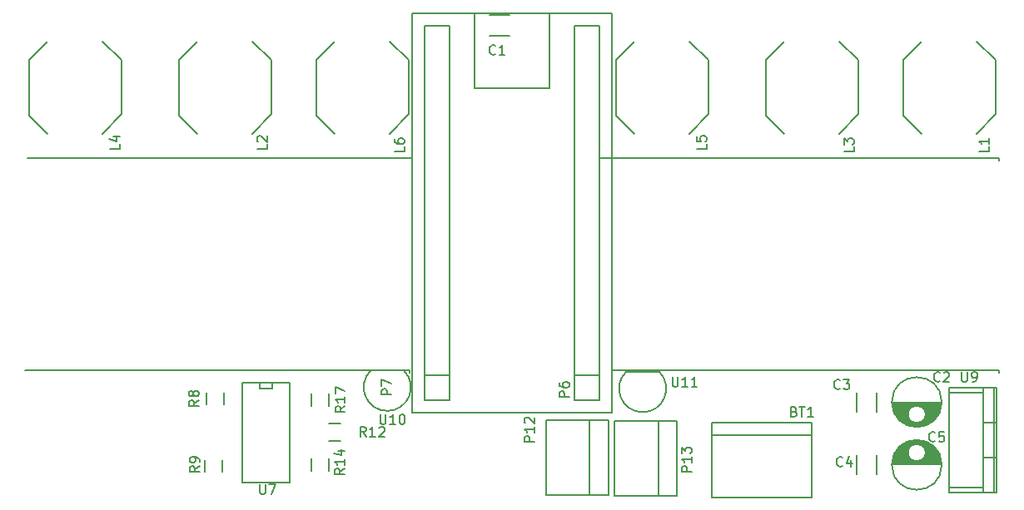
<source format=gto>
G04 #@! TF.FileFunction,Legend,Top*
%FSLAX46Y46*%
G04 Gerber Fmt 4.6, Leading zero omitted, Abs format (unit mm)*
G04 Created by KiCad (PCBNEW 4.0.4+e1-6308~48~ubuntu14.04.1-stable) date Sun Sep  4 20:51:27 2016*
%MOMM*%
%LPD*%
G01*
G04 APERTURE LIST*
%ADD10C,0.100000*%
%ADD11C,0.150000*%
G04 APERTURE END LIST*
D10*
D11*
X172720000Y-101092000D02*
X172720000Y-101346000D01*
X133350000Y-101092000D02*
X172720000Y-101092000D01*
X172720000Y-79502000D02*
X172720000Y-79756000D01*
X132080000Y-79502000D02*
X172720000Y-79502000D01*
X112776000Y-101092000D02*
X112776000Y-101346000D01*
X73660000Y-101092000D02*
X112776000Y-101092000D01*
X113030000Y-79502000D02*
X113030000Y-79248000D01*
X73914000Y-79502000D02*
X113030000Y-79502000D01*
X127000000Y-72390000D02*
X127000000Y-64770000D01*
X119380000Y-72390000D02*
X127000000Y-72390000D01*
X119380000Y-64770000D02*
X119380000Y-72390000D01*
X113030000Y-105410000D02*
X113030000Y-64770000D01*
X133350000Y-105410000D02*
X113030000Y-105410000D01*
X133350000Y-64770000D02*
X133350000Y-105410000D01*
X113030000Y-64770000D02*
X133350000Y-64770000D01*
X143510000Y-107696000D02*
X153670000Y-107696000D01*
X143510000Y-106426000D02*
X143510000Y-114046000D01*
X143510000Y-114046000D02*
X153670000Y-114046000D01*
X153670000Y-114046000D02*
X153670000Y-106426000D01*
X153670000Y-106426000D02*
X143510000Y-106426000D01*
X122920000Y-65015000D02*
X120920000Y-65015000D01*
X120920000Y-67065000D02*
X122920000Y-67065000D01*
X166837000Y-104449000D02*
X161839000Y-104449000D01*
X166829000Y-104589000D02*
X161847000Y-104589000D01*
X166813000Y-104729000D02*
X164433000Y-104729000D01*
X164243000Y-104729000D02*
X161863000Y-104729000D01*
X166789000Y-104869000D02*
X164828000Y-104869000D01*
X163848000Y-104869000D02*
X161887000Y-104869000D01*
X166756000Y-105009000D02*
X164995000Y-105009000D01*
X163681000Y-105009000D02*
X161920000Y-105009000D01*
X166715000Y-105149000D02*
X165102000Y-105149000D01*
X163574000Y-105149000D02*
X161961000Y-105149000D01*
X166665000Y-105289000D02*
X165173000Y-105289000D01*
X163503000Y-105289000D02*
X162011000Y-105289000D01*
X166604000Y-105429000D02*
X165217000Y-105429000D01*
X163459000Y-105429000D02*
X162072000Y-105429000D01*
X166534000Y-105569000D02*
X165236000Y-105569000D01*
X163440000Y-105569000D02*
X162142000Y-105569000D01*
X166452000Y-105709000D02*
X165234000Y-105709000D01*
X163442000Y-105709000D02*
X162224000Y-105709000D01*
X166357000Y-105849000D02*
X165209000Y-105849000D01*
X163467000Y-105849000D02*
X162319000Y-105849000D01*
X166246000Y-105989000D02*
X165161000Y-105989000D01*
X163515000Y-105989000D02*
X162430000Y-105989000D01*
X166118000Y-106129000D02*
X165083000Y-106129000D01*
X163593000Y-106129000D02*
X162558000Y-106129000D01*
X165969000Y-106269000D02*
X164966000Y-106269000D01*
X163710000Y-106269000D02*
X162707000Y-106269000D01*
X165790000Y-106409000D02*
X164778000Y-106409000D01*
X163898000Y-106409000D02*
X162886000Y-106409000D01*
X165571000Y-106549000D02*
X163105000Y-106549000D01*
X165282000Y-106689000D02*
X163394000Y-106689000D01*
X164810000Y-106829000D02*
X163866000Y-106829000D01*
X165238000Y-105624000D02*
G75*
G03X165238000Y-105624000I-900000J0D01*
G01*
X166875500Y-104374000D02*
G75*
G03X166875500Y-104374000I-2537500J0D01*
G01*
X160283000Y-105394000D02*
X160283000Y-103394000D01*
X158233000Y-103394000D02*
X158233000Y-105394000D01*
X158233000Y-109744000D02*
X158233000Y-111744000D01*
X160283000Y-111744000D02*
X160283000Y-109744000D01*
X161839000Y-110689000D02*
X166837000Y-110689000D01*
X161847000Y-110549000D02*
X166829000Y-110549000D01*
X161863000Y-110409000D02*
X164243000Y-110409000D01*
X164433000Y-110409000D02*
X166813000Y-110409000D01*
X161887000Y-110269000D02*
X163848000Y-110269000D01*
X164828000Y-110269000D02*
X166789000Y-110269000D01*
X161920000Y-110129000D02*
X163681000Y-110129000D01*
X164995000Y-110129000D02*
X166756000Y-110129000D01*
X161961000Y-109989000D02*
X163574000Y-109989000D01*
X165102000Y-109989000D02*
X166715000Y-109989000D01*
X162011000Y-109849000D02*
X163503000Y-109849000D01*
X165173000Y-109849000D02*
X166665000Y-109849000D01*
X162072000Y-109709000D02*
X163459000Y-109709000D01*
X165217000Y-109709000D02*
X166604000Y-109709000D01*
X162142000Y-109569000D02*
X163440000Y-109569000D01*
X165236000Y-109569000D02*
X166534000Y-109569000D01*
X162224000Y-109429000D02*
X163442000Y-109429000D01*
X165234000Y-109429000D02*
X166452000Y-109429000D01*
X162319000Y-109289000D02*
X163467000Y-109289000D01*
X165209000Y-109289000D02*
X166357000Y-109289000D01*
X162430000Y-109149000D02*
X163515000Y-109149000D01*
X165161000Y-109149000D02*
X166246000Y-109149000D01*
X162558000Y-109009000D02*
X163593000Y-109009000D01*
X165083000Y-109009000D02*
X166118000Y-109009000D01*
X162707000Y-108869000D02*
X163710000Y-108869000D01*
X164966000Y-108869000D02*
X165969000Y-108869000D01*
X162886000Y-108729000D02*
X163898000Y-108729000D01*
X164778000Y-108729000D02*
X165790000Y-108729000D01*
X163105000Y-108589000D02*
X165571000Y-108589000D01*
X163394000Y-108449000D02*
X165282000Y-108449000D01*
X163866000Y-108309000D02*
X164810000Y-108309000D01*
X165238000Y-109514000D02*
G75*
G03X165238000Y-109514000I-900000J0D01*
G01*
X166875500Y-110764000D02*
G75*
G03X166875500Y-110764000I-2537500J0D01*
G01*
X170439080Y-67691000D02*
X172339000Y-69590920D01*
X172339000Y-69590920D02*
X172339000Y-75090020D01*
X172339000Y-75090020D02*
X170439080Y-77089000D01*
X164840920Y-67691000D02*
X162941000Y-69590920D01*
X162941000Y-69590920D02*
X162941000Y-75189080D01*
X162941000Y-75189080D02*
X164840920Y-77089000D01*
X96779080Y-67691000D02*
X98679000Y-69590920D01*
X98679000Y-69590920D02*
X98679000Y-75090020D01*
X98679000Y-75090020D02*
X96779080Y-77089000D01*
X91180920Y-67691000D02*
X89281000Y-69590920D01*
X89281000Y-69590920D02*
X89281000Y-75189080D01*
X89281000Y-75189080D02*
X91180920Y-77089000D01*
X156469080Y-67691000D02*
X158369000Y-69590920D01*
X158369000Y-69590920D02*
X158369000Y-75090020D01*
X158369000Y-75090020D02*
X156469080Y-77089000D01*
X150870920Y-67691000D02*
X148971000Y-69590920D01*
X148971000Y-69590920D02*
X148971000Y-75189080D01*
X148971000Y-75189080D02*
X150870920Y-77089000D01*
X81539080Y-67691000D02*
X83439000Y-69590920D01*
X83439000Y-69590920D02*
X83439000Y-75090020D01*
X83439000Y-75090020D02*
X81539080Y-77089000D01*
X75940920Y-67691000D02*
X74041000Y-69590920D01*
X74041000Y-69590920D02*
X74041000Y-75189080D01*
X74041000Y-75189080D02*
X75940920Y-77089000D01*
X141229080Y-67691000D02*
X143129000Y-69590920D01*
X143129000Y-69590920D02*
X143129000Y-75090020D01*
X143129000Y-75090020D02*
X141229080Y-77089000D01*
X135630920Y-67691000D02*
X133731000Y-69590920D01*
X133731000Y-69590920D02*
X133731000Y-75189080D01*
X133731000Y-75189080D02*
X135630920Y-77089000D01*
X110749080Y-67691000D02*
X112649000Y-69590920D01*
X112649000Y-69590920D02*
X112649000Y-75090020D01*
X112649000Y-75090020D02*
X110749080Y-77089000D01*
X105150920Y-67691000D02*
X103251000Y-69590920D01*
X103251000Y-69590920D02*
X103251000Y-75189080D01*
X103251000Y-75189080D02*
X105150920Y-77089000D01*
X129540000Y-101600000D02*
X129540000Y-104140000D01*
X129540000Y-104140000D02*
X132080000Y-104140000D01*
X132080000Y-104140000D02*
X132080000Y-101600000D01*
X129540000Y-101600000D02*
X129540000Y-66040000D01*
X129540000Y-66040000D02*
X132080000Y-66040000D01*
X132080000Y-66040000D02*
X132080000Y-101600000D01*
X132080000Y-101600000D02*
X129540000Y-101600000D01*
X114300000Y-101600000D02*
X114300000Y-104140000D01*
X114300000Y-104140000D02*
X116840000Y-104140000D01*
X116840000Y-104140000D02*
X116840000Y-101600000D01*
X114300000Y-101600000D02*
X114300000Y-66040000D01*
X114300000Y-66040000D02*
X116840000Y-66040000D01*
X116840000Y-66040000D02*
X116840000Y-101600000D01*
X116840000Y-101600000D02*
X114300000Y-101600000D01*
X93839000Y-103413000D02*
X93839000Y-104613000D01*
X92089000Y-104613000D02*
X92089000Y-103413000D01*
X91962000Y-111471000D02*
X91962000Y-110271000D01*
X93712000Y-110271000D02*
X93712000Y-111471000D01*
X104556000Y-106567000D02*
X105756000Y-106567000D01*
X105756000Y-108317000D02*
X104556000Y-108317000D01*
X104507000Y-110144000D02*
X104507000Y-111344000D01*
X102757000Y-111344000D02*
X102757000Y-110144000D01*
X102757000Y-104740000D02*
X102757000Y-103540000D01*
X104507000Y-103540000D02*
X104507000Y-104740000D01*
X100584000Y-112522000D02*
X95758000Y-112522000D01*
X95758000Y-112522000D02*
X95758000Y-102362000D01*
X95758000Y-102362000D02*
X100584000Y-102362000D01*
X100584000Y-102362000D02*
X100584000Y-112522000D01*
X98806000Y-102362000D02*
X98806000Y-102997000D01*
X98806000Y-102997000D02*
X97536000Y-102997000D01*
X97536000Y-102997000D02*
X97536000Y-102362000D01*
X112190000Y-101170000D02*
X108790000Y-101170000D01*
X112187056Y-101172944D02*
G75*
G02X110490000Y-105270000I-1697056J-1697056D01*
G01*
X108792944Y-101172944D02*
G75*
G03X110490000Y-105270000I1697056J-1697056D01*
G01*
X138161500Y-101297000D02*
X134761500Y-101297000D01*
X138158556Y-101299944D02*
G75*
G02X136461500Y-105397000I-1697056J-1697056D01*
G01*
X134764444Y-101299944D02*
G75*
G03X136461500Y-105397000I1697056J-1697056D01*
G01*
X171069000Y-113030000D02*
X167640000Y-113030000D01*
X171069000Y-103378000D02*
X167640000Y-103378000D01*
X172212000Y-113538000D02*
X172212000Y-102870000D01*
X171196000Y-109982000D02*
X172466000Y-109982000D01*
X171196000Y-106426000D02*
X172466000Y-106426000D01*
X171069000Y-102870000D02*
X171069000Y-113538000D01*
X167640000Y-113538000D02*
X167640000Y-102870000D01*
X172466000Y-102870000D02*
X167640000Y-102870000D01*
X172466000Y-113538000D02*
X167640000Y-113538000D01*
X172466000Y-113538000D02*
X172466000Y-102870000D01*
X132969000Y-106172000D02*
X126619000Y-106172000D01*
X132969000Y-113792000D02*
X126619000Y-113792000D01*
X131064000Y-113792000D02*
X131064000Y-106172000D01*
X132969000Y-106172000D02*
X132969000Y-113792000D01*
X126619000Y-113792000D02*
X126619000Y-106172000D01*
X139954000Y-106299000D02*
X133604000Y-106299000D01*
X139954000Y-113919000D02*
X133604000Y-113919000D01*
X138049000Y-113919000D02*
X138049000Y-106299000D01*
X139954000Y-106299000D02*
X139954000Y-113919000D01*
X133604000Y-113919000D02*
X133604000Y-106299000D01*
X151868286Y-105338571D02*
X152011143Y-105386190D01*
X152058762Y-105433810D01*
X152106381Y-105529048D01*
X152106381Y-105671905D01*
X152058762Y-105767143D01*
X152011143Y-105814762D01*
X151915905Y-105862381D01*
X151534952Y-105862381D01*
X151534952Y-104862381D01*
X151868286Y-104862381D01*
X151963524Y-104910000D01*
X152011143Y-104957619D01*
X152058762Y-105052857D01*
X152058762Y-105148095D01*
X152011143Y-105243333D01*
X151963524Y-105290952D01*
X151868286Y-105338571D01*
X151534952Y-105338571D01*
X152392095Y-104862381D02*
X152963524Y-104862381D01*
X152677809Y-105862381D02*
X152677809Y-104862381D01*
X153820667Y-105862381D02*
X153249238Y-105862381D01*
X153534952Y-105862381D02*
X153534952Y-104862381D01*
X153439714Y-105005238D01*
X153344476Y-105100476D01*
X153249238Y-105148095D01*
X121499334Y-68937143D02*
X121451715Y-68984762D01*
X121308858Y-69032381D01*
X121213620Y-69032381D01*
X121070762Y-68984762D01*
X120975524Y-68889524D01*
X120927905Y-68794286D01*
X120880286Y-68603810D01*
X120880286Y-68460952D01*
X120927905Y-68270476D01*
X120975524Y-68175238D01*
X121070762Y-68080000D01*
X121213620Y-68032381D01*
X121308858Y-68032381D01*
X121451715Y-68080000D01*
X121499334Y-68127619D01*
X122451715Y-69032381D02*
X121880286Y-69032381D01*
X122166000Y-69032381D02*
X122166000Y-68032381D01*
X122070762Y-68175238D01*
X121975524Y-68270476D01*
X121880286Y-68318095D01*
X166711334Y-102211143D02*
X166663715Y-102258762D01*
X166520858Y-102306381D01*
X166425620Y-102306381D01*
X166282762Y-102258762D01*
X166187524Y-102163524D01*
X166139905Y-102068286D01*
X166092286Y-101877810D01*
X166092286Y-101734952D01*
X166139905Y-101544476D01*
X166187524Y-101449238D01*
X166282762Y-101354000D01*
X166425620Y-101306381D01*
X166520858Y-101306381D01*
X166663715Y-101354000D01*
X166711334Y-101401619D01*
X167092286Y-101401619D02*
X167139905Y-101354000D01*
X167235143Y-101306381D01*
X167473239Y-101306381D01*
X167568477Y-101354000D01*
X167616096Y-101401619D01*
X167663715Y-101496857D01*
X167663715Y-101592095D01*
X167616096Y-101734952D01*
X167044667Y-102306381D01*
X167663715Y-102306381D01*
X156551334Y-102973143D02*
X156503715Y-103020762D01*
X156360858Y-103068381D01*
X156265620Y-103068381D01*
X156122762Y-103020762D01*
X156027524Y-102925524D01*
X155979905Y-102830286D01*
X155932286Y-102639810D01*
X155932286Y-102496952D01*
X155979905Y-102306476D01*
X156027524Y-102211238D01*
X156122762Y-102116000D01*
X156265620Y-102068381D01*
X156360858Y-102068381D01*
X156503715Y-102116000D01*
X156551334Y-102163619D01*
X156884667Y-102068381D02*
X157503715Y-102068381D01*
X157170381Y-102449333D01*
X157313239Y-102449333D01*
X157408477Y-102496952D01*
X157456096Y-102544571D01*
X157503715Y-102639810D01*
X157503715Y-102877905D01*
X157456096Y-102973143D01*
X157408477Y-103020762D01*
X157313239Y-103068381D01*
X157027524Y-103068381D01*
X156932286Y-103020762D01*
X156884667Y-102973143D01*
X156805334Y-110847143D02*
X156757715Y-110894762D01*
X156614858Y-110942381D01*
X156519620Y-110942381D01*
X156376762Y-110894762D01*
X156281524Y-110799524D01*
X156233905Y-110704286D01*
X156186286Y-110513810D01*
X156186286Y-110370952D01*
X156233905Y-110180476D01*
X156281524Y-110085238D01*
X156376762Y-109990000D01*
X156519620Y-109942381D01*
X156614858Y-109942381D01*
X156757715Y-109990000D01*
X156805334Y-110037619D01*
X157662477Y-110275714D02*
X157662477Y-110942381D01*
X157424381Y-109894762D02*
X157186286Y-110609048D01*
X157805334Y-110609048D01*
X166203334Y-108307143D02*
X166155715Y-108354762D01*
X166012858Y-108402381D01*
X165917620Y-108402381D01*
X165774762Y-108354762D01*
X165679524Y-108259524D01*
X165631905Y-108164286D01*
X165584286Y-107973810D01*
X165584286Y-107830952D01*
X165631905Y-107640476D01*
X165679524Y-107545238D01*
X165774762Y-107450000D01*
X165917620Y-107402381D01*
X166012858Y-107402381D01*
X166155715Y-107450000D01*
X166203334Y-107497619D01*
X167108096Y-107402381D02*
X166631905Y-107402381D01*
X166584286Y-107878571D01*
X166631905Y-107830952D01*
X166727143Y-107783333D01*
X166965239Y-107783333D01*
X167060477Y-107830952D01*
X167108096Y-107878571D01*
X167155715Y-107973810D01*
X167155715Y-108211905D01*
X167108096Y-108307143D01*
X167060477Y-108354762D01*
X166965239Y-108402381D01*
X166727143Y-108402381D01*
X166631905Y-108354762D01*
X166584286Y-108307143D01*
X171648381Y-78398666D02*
X171648381Y-78874857D01*
X170648381Y-78874857D01*
X171648381Y-77541523D02*
X171648381Y-78112952D01*
X171648381Y-77827238D02*
X170648381Y-77827238D01*
X170791238Y-77922476D01*
X170886476Y-78017714D01*
X170934095Y-78112952D01*
X98242381Y-78144666D02*
X98242381Y-78620857D01*
X97242381Y-78620857D01*
X97337619Y-77858952D02*
X97290000Y-77811333D01*
X97242381Y-77716095D01*
X97242381Y-77477999D01*
X97290000Y-77382761D01*
X97337619Y-77335142D01*
X97432857Y-77287523D01*
X97528095Y-77287523D01*
X97670952Y-77335142D01*
X98242381Y-77906571D01*
X98242381Y-77287523D01*
X157932381Y-78398666D02*
X157932381Y-78874857D01*
X156932381Y-78874857D01*
X156932381Y-78160571D02*
X156932381Y-77541523D01*
X157313333Y-77874857D01*
X157313333Y-77731999D01*
X157360952Y-77636761D01*
X157408571Y-77589142D01*
X157503810Y-77541523D01*
X157741905Y-77541523D01*
X157837143Y-77589142D01*
X157884762Y-77636761D01*
X157932381Y-77731999D01*
X157932381Y-78017714D01*
X157884762Y-78112952D01*
X157837143Y-78160571D01*
X83256381Y-78144666D02*
X83256381Y-78620857D01*
X82256381Y-78620857D01*
X82589714Y-77382761D02*
X83256381Y-77382761D01*
X82208762Y-77620857D02*
X82923048Y-77858952D01*
X82923048Y-77239904D01*
X142946381Y-78144666D02*
X142946381Y-78620857D01*
X141946381Y-78620857D01*
X141946381Y-77335142D02*
X141946381Y-77811333D01*
X142422571Y-77858952D01*
X142374952Y-77811333D01*
X142327333Y-77716095D01*
X142327333Y-77477999D01*
X142374952Y-77382761D01*
X142422571Y-77335142D01*
X142517810Y-77287523D01*
X142755905Y-77287523D01*
X142851143Y-77335142D01*
X142898762Y-77382761D01*
X142946381Y-77477999D01*
X142946381Y-77716095D01*
X142898762Y-77811333D01*
X142851143Y-77858952D01*
X112212381Y-78398666D02*
X112212381Y-78874857D01*
X111212381Y-78874857D01*
X111212381Y-77636761D02*
X111212381Y-77827238D01*
X111260000Y-77922476D01*
X111307619Y-77970095D01*
X111450476Y-78065333D01*
X111640952Y-78112952D01*
X112021905Y-78112952D01*
X112117143Y-78065333D01*
X112164762Y-78017714D01*
X112212381Y-77922476D01*
X112212381Y-77731999D01*
X112164762Y-77636761D01*
X112117143Y-77589142D01*
X112021905Y-77541523D01*
X111783810Y-77541523D01*
X111688571Y-77589142D01*
X111640952Y-77636761D01*
X111593333Y-77731999D01*
X111593333Y-77922476D01*
X111640952Y-78017714D01*
X111688571Y-78065333D01*
X111783810Y-78112952D01*
X128976381Y-103862095D02*
X127976381Y-103862095D01*
X127976381Y-103481142D01*
X128024000Y-103385904D01*
X128071619Y-103338285D01*
X128166857Y-103290666D01*
X128309714Y-103290666D01*
X128404952Y-103338285D01*
X128452571Y-103385904D01*
X128500190Y-103481142D01*
X128500190Y-103862095D01*
X127976381Y-102433523D02*
X127976381Y-102624000D01*
X128024000Y-102719238D01*
X128071619Y-102766857D01*
X128214476Y-102862095D01*
X128404952Y-102909714D01*
X128785905Y-102909714D01*
X128881143Y-102862095D01*
X128928762Y-102814476D01*
X128976381Y-102719238D01*
X128976381Y-102528761D01*
X128928762Y-102433523D01*
X128881143Y-102385904D01*
X128785905Y-102338285D01*
X128547810Y-102338285D01*
X128452571Y-102385904D01*
X128404952Y-102433523D01*
X128357333Y-102528761D01*
X128357333Y-102719238D01*
X128404952Y-102814476D01*
X128452571Y-102862095D01*
X128547810Y-102909714D01*
X110922381Y-103608095D02*
X109922381Y-103608095D01*
X109922381Y-103227142D01*
X109970000Y-103131904D01*
X110017619Y-103084285D01*
X110112857Y-103036666D01*
X110255714Y-103036666D01*
X110350952Y-103084285D01*
X110398571Y-103131904D01*
X110446190Y-103227142D01*
X110446190Y-103608095D01*
X109922381Y-102703333D02*
X109922381Y-102036666D01*
X110922381Y-102465238D01*
X91316381Y-104179666D02*
X90840190Y-104513000D01*
X91316381Y-104751095D02*
X90316381Y-104751095D01*
X90316381Y-104370142D01*
X90364000Y-104274904D01*
X90411619Y-104227285D01*
X90506857Y-104179666D01*
X90649714Y-104179666D01*
X90744952Y-104227285D01*
X90792571Y-104274904D01*
X90840190Y-104370142D01*
X90840190Y-104751095D01*
X90744952Y-103608238D02*
X90697333Y-103703476D01*
X90649714Y-103751095D01*
X90554476Y-103798714D01*
X90506857Y-103798714D01*
X90411619Y-103751095D01*
X90364000Y-103703476D01*
X90316381Y-103608238D01*
X90316381Y-103417761D01*
X90364000Y-103322523D01*
X90411619Y-103274904D01*
X90506857Y-103227285D01*
X90554476Y-103227285D01*
X90649714Y-103274904D01*
X90697333Y-103322523D01*
X90744952Y-103417761D01*
X90744952Y-103608238D01*
X90792571Y-103703476D01*
X90840190Y-103751095D01*
X90935429Y-103798714D01*
X91125905Y-103798714D01*
X91221143Y-103751095D01*
X91268762Y-103703476D01*
X91316381Y-103608238D01*
X91316381Y-103417761D01*
X91268762Y-103322523D01*
X91221143Y-103274904D01*
X91125905Y-103227285D01*
X90935429Y-103227285D01*
X90840190Y-103274904D01*
X90792571Y-103322523D01*
X90744952Y-103417761D01*
X91384381Y-110910666D02*
X90908190Y-111244000D01*
X91384381Y-111482095D02*
X90384381Y-111482095D01*
X90384381Y-111101142D01*
X90432000Y-111005904D01*
X90479619Y-110958285D01*
X90574857Y-110910666D01*
X90717714Y-110910666D01*
X90812952Y-110958285D01*
X90860571Y-111005904D01*
X90908190Y-111101142D01*
X90908190Y-111482095D01*
X91384381Y-110434476D02*
X91384381Y-110244000D01*
X91336762Y-110148761D01*
X91289143Y-110101142D01*
X91146286Y-110005904D01*
X90955810Y-109958285D01*
X90574857Y-109958285D01*
X90479619Y-110005904D01*
X90432000Y-110053523D01*
X90384381Y-110148761D01*
X90384381Y-110339238D01*
X90432000Y-110434476D01*
X90479619Y-110482095D01*
X90574857Y-110529714D01*
X90812952Y-110529714D01*
X90908190Y-110482095D01*
X90955810Y-110434476D01*
X91003429Y-110339238D01*
X91003429Y-110148761D01*
X90955810Y-110053523D01*
X90908190Y-110005904D01*
X90812952Y-109958285D01*
X108323143Y-107894381D02*
X107989809Y-107418190D01*
X107751714Y-107894381D02*
X107751714Y-106894381D01*
X108132667Y-106894381D01*
X108227905Y-106942000D01*
X108275524Y-106989619D01*
X108323143Y-107084857D01*
X108323143Y-107227714D01*
X108275524Y-107322952D01*
X108227905Y-107370571D01*
X108132667Y-107418190D01*
X107751714Y-107418190D01*
X109275524Y-107894381D02*
X108704095Y-107894381D01*
X108989809Y-107894381D02*
X108989809Y-106894381D01*
X108894571Y-107037238D01*
X108799333Y-107132476D01*
X108704095Y-107180095D01*
X109656476Y-106989619D02*
X109704095Y-106942000D01*
X109799333Y-106894381D01*
X110037429Y-106894381D01*
X110132667Y-106942000D01*
X110180286Y-106989619D01*
X110227905Y-107084857D01*
X110227905Y-107180095D01*
X110180286Y-107322952D01*
X109608857Y-107894381D01*
X110227905Y-107894381D01*
X106116381Y-111132857D02*
X105640190Y-111466191D01*
X106116381Y-111704286D02*
X105116381Y-111704286D01*
X105116381Y-111323333D01*
X105164000Y-111228095D01*
X105211619Y-111180476D01*
X105306857Y-111132857D01*
X105449714Y-111132857D01*
X105544952Y-111180476D01*
X105592571Y-111228095D01*
X105640190Y-111323333D01*
X105640190Y-111704286D01*
X106116381Y-110180476D02*
X106116381Y-110751905D01*
X106116381Y-110466191D02*
X105116381Y-110466191D01*
X105259238Y-110561429D01*
X105354476Y-110656667D01*
X105402095Y-110751905D01*
X105449714Y-109323333D02*
X106116381Y-109323333D01*
X105068762Y-109561429D02*
X105783048Y-109799524D01*
X105783048Y-109180476D01*
X106184381Y-104782857D02*
X105708190Y-105116191D01*
X106184381Y-105354286D02*
X105184381Y-105354286D01*
X105184381Y-104973333D01*
X105232000Y-104878095D01*
X105279619Y-104830476D01*
X105374857Y-104782857D01*
X105517714Y-104782857D01*
X105612952Y-104830476D01*
X105660571Y-104878095D01*
X105708190Y-104973333D01*
X105708190Y-105354286D01*
X106184381Y-103830476D02*
X106184381Y-104401905D01*
X106184381Y-104116191D02*
X105184381Y-104116191D01*
X105327238Y-104211429D01*
X105422476Y-104306667D01*
X105470095Y-104401905D01*
X105184381Y-103497143D02*
X105184381Y-102830476D01*
X106184381Y-103259048D01*
X97536095Y-112736381D02*
X97536095Y-113545905D01*
X97583714Y-113641143D01*
X97631333Y-113688762D01*
X97726571Y-113736381D01*
X97917048Y-113736381D01*
X98012286Y-113688762D01*
X98059905Y-113641143D01*
X98107524Y-113545905D01*
X98107524Y-112736381D01*
X98488476Y-112736381D02*
X99155143Y-112736381D01*
X98726571Y-113736381D01*
X109759905Y-105624381D02*
X109759905Y-106433905D01*
X109807524Y-106529143D01*
X109855143Y-106576762D01*
X109950381Y-106624381D01*
X110140858Y-106624381D01*
X110236096Y-106576762D01*
X110283715Y-106529143D01*
X110331334Y-106433905D01*
X110331334Y-105624381D01*
X111331334Y-106624381D02*
X110759905Y-106624381D01*
X111045619Y-106624381D02*
X111045619Y-105624381D01*
X110950381Y-105767238D01*
X110855143Y-105862476D01*
X110759905Y-105910095D01*
X111950381Y-105624381D02*
X112045620Y-105624381D01*
X112140858Y-105672000D01*
X112188477Y-105719619D01*
X112236096Y-105814857D01*
X112283715Y-106005333D01*
X112283715Y-106243429D01*
X112236096Y-106433905D01*
X112188477Y-106529143D01*
X112140858Y-106576762D01*
X112045620Y-106624381D01*
X111950381Y-106624381D01*
X111855143Y-106576762D01*
X111807524Y-106529143D01*
X111759905Y-106433905D01*
X111712286Y-106243429D01*
X111712286Y-106005333D01*
X111759905Y-105814857D01*
X111807524Y-105719619D01*
X111855143Y-105672000D01*
X111950381Y-105624381D01*
X139477905Y-101814381D02*
X139477905Y-102623905D01*
X139525524Y-102719143D01*
X139573143Y-102766762D01*
X139668381Y-102814381D01*
X139858858Y-102814381D01*
X139954096Y-102766762D01*
X140001715Y-102719143D01*
X140049334Y-102623905D01*
X140049334Y-101814381D01*
X141049334Y-102814381D02*
X140477905Y-102814381D01*
X140763619Y-102814381D02*
X140763619Y-101814381D01*
X140668381Y-101957238D01*
X140573143Y-102052476D01*
X140477905Y-102100095D01*
X142001715Y-102814381D02*
X141430286Y-102814381D01*
X141716000Y-102814381D02*
X141716000Y-101814381D01*
X141620762Y-101957238D01*
X141525524Y-102052476D01*
X141430286Y-102100095D01*
X168910095Y-101306381D02*
X168910095Y-102115905D01*
X168957714Y-102211143D01*
X169005333Y-102258762D01*
X169100571Y-102306381D01*
X169291048Y-102306381D01*
X169386286Y-102258762D01*
X169433905Y-102211143D01*
X169481524Y-102115905D01*
X169481524Y-101306381D01*
X170005333Y-102306381D02*
X170195809Y-102306381D01*
X170291048Y-102258762D01*
X170338667Y-102211143D01*
X170433905Y-102068286D01*
X170481524Y-101877810D01*
X170481524Y-101496857D01*
X170433905Y-101401619D01*
X170386286Y-101354000D01*
X170291048Y-101306381D01*
X170100571Y-101306381D01*
X170005333Y-101354000D01*
X169957714Y-101401619D01*
X169910095Y-101496857D01*
X169910095Y-101734952D01*
X169957714Y-101830190D01*
X170005333Y-101877810D01*
X170100571Y-101925429D01*
X170291048Y-101925429D01*
X170386286Y-101877810D01*
X170433905Y-101830190D01*
X170481524Y-101734952D01*
X125420381Y-108402286D02*
X124420381Y-108402286D01*
X124420381Y-108021333D01*
X124468000Y-107926095D01*
X124515619Y-107878476D01*
X124610857Y-107830857D01*
X124753714Y-107830857D01*
X124848952Y-107878476D01*
X124896571Y-107926095D01*
X124944190Y-108021333D01*
X124944190Y-108402286D01*
X125420381Y-106878476D02*
X125420381Y-107449905D01*
X125420381Y-107164191D02*
X124420381Y-107164191D01*
X124563238Y-107259429D01*
X124658476Y-107354667D01*
X124706095Y-107449905D01*
X124515619Y-106497524D02*
X124468000Y-106449905D01*
X124420381Y-106354667D01*
X124420381Y-106116571D01*
X124468000Y-106021333D01*
X124515619Y-105973714D01*
X124610857Y-105926095D01*
X124706095Y-105926095D01*
X124848952Y-105973714D01*
X125420381Y-106545143D01*
X125420381Y-105926095D01*
X141422381Y-111450286D02*
X140422381Y-111450286D01*
X140422381Y-111069333D01*
X140470000Y-110974095D01*
X140517619Y-110926476D01*
X140612857Y-110878857D01*
X140755714Y-110878857D01*
X140850952Y-110926476D01*
X140898571Y-110974095D01*
X140946190Y-111069333D01*
X140946190Y-111450286D01*
X141422381Y-109926476D02*
X141422381Y-110497905D01*
X141422381Y-110212191D02*
X140422381Y-110212191D01*
X140565238Y-110307429D01*
X140660476Y-110402667D01*
X140708095Y-110497905D01*
X140422381Y-109593143D02*
X140422381Y-108974095D01*
X140803333Y-109307429D01*
X140803333Y-109164571D01*
X140850952Y-109069333D01*
X140898571Y-109021714D01*
X140993810Y-108974095D01*
X141231905Y-108974095D01*
X141327143Y-109021714D01*
X141374762Y-109069333D01*
X141422381Y-109164571D01*
X141422381Y-109450286D01*
X141374762Y-109545524D01*
X141327143Y-109593143D01*
M02*

</source>
